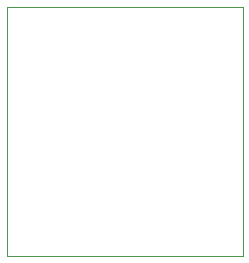
<source format=gbr>
%TF.GenerationSoftware,KiCad,Pcbnew,(6.0.0)*%
%TF.CreationDate,2022-03-25T10:48:22+03:00*%
%TF.ProjectId,Ringturnpage,52696e67-7475-4726-9e70-6167652e6b69,rev?*%
%TF.SameCoordinates,Original*%
%TF.FileFunction,Profile,NP*%
%FSLAX46Y46*%
G04 Gerber Fmt 4.6, Leading zero omitted, Abs format (unit mm)*
G04 Created by KiCad (PCBNEW (6.0.0)) date 2022-03-25 10:48:22*
%MOMM*%
%LPD*%
G01*
G04 APERTURE LIST*
%TA.AperFunction,Profile*%
%ADD10C,0.100000*%
%TD*%
G04 APERTURE END LIST*
D10*
X135000000Y-101000000D02*
X155000000Y-101000000D01*
X155000000Y-101000000D02*
X155000000Y-79890000D01*
X155000000Y-79890000D02*
X135000000Y-79890000D01*
X135000000Y-79890000D02*
X135000000Y-101000000D01*
M02*

</source>
